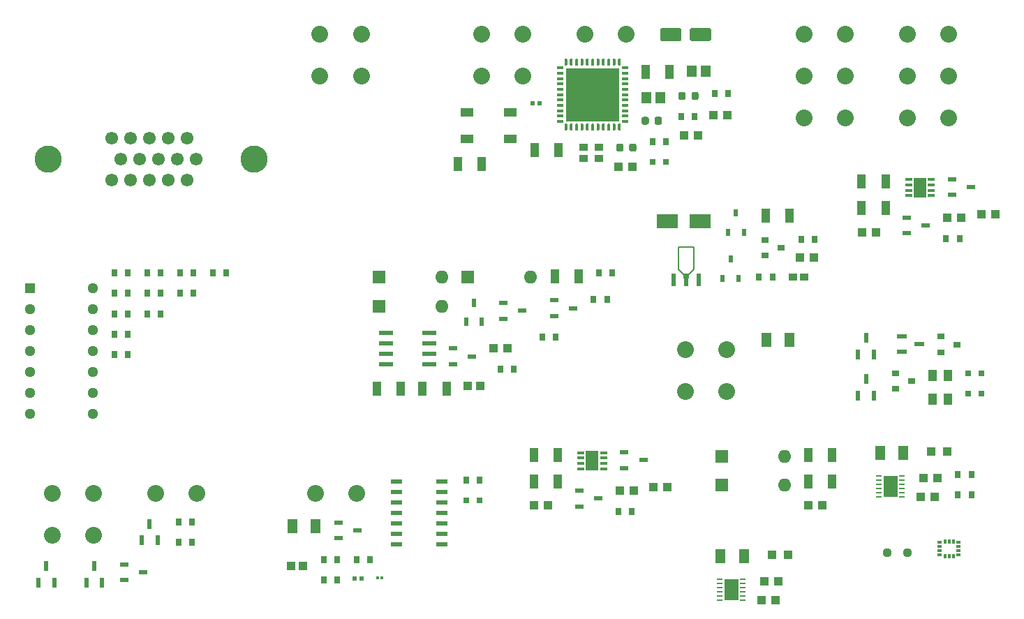
<source format=gbr>
%TF.GenerationSoftware,KiCad,Pcbnew,(5.1.7)-1*%
%TF.CreationDate,2020-10-22T11:39:08-07:00*%
%TF.ProjectId,Reader,52656164-6572-42e6-9b69-6361645f7063,0.0.01*%
%TF.SameCoordinates,Original*%
%TF.FileFunction,Soldermask,Top*%
%TF.FilePolarity,Negative*%
%FSLAX46Y46*%
G04 Gerber Fmt 4.6, Leading zero omitted, Abs format (unit mm)*
G04 Created by KiCad (PCBNEW (5.1.7)-1) date 2020-10-22 11:39:08*
%MOMM*%
%LPD*%
G01*
G04 APERTURE LIST*
%ADD10C,0.152400*%
%ADD11R,1.100000X1.000000*%
%ADD12C,1.117600*%
%ADD13R,1.010000X0.930000*%
%ADD14R,1.299998X1.799996*%
%ADD15R,1.160000X1.470000*%
%ADD16R,0.540000X0.600000*%
%ADD17C,1.549400*%
%ADD18C,3.302000*%
%ADD19R,1.230000X0.600000*%
%ADD20O,1.600000X1.600000*%
%ADD21R,1.600000X1.600000*%
%ADD22R,2.500000X1.800000*%
%ADD23R,0.568000X0.903199*%
%ADD24R,6.450000X6.450000*%
%ADD25R,1.600200X2.413000*%
%ADD26R,0.858799X0.305600*%
%ADD27R,1.327899X0.507200*%
%ADD28R,1.295400X1.295400*%
%ADD29C,1.295400*%
%ADD30R,1.670000X0.600000*%
%ADD31C,2.032000*%
%ADD32R,1.003300X0.990600*%
%ADD33R,0.600000X0.350000*%
%ADD34R,0.350000X0.600000*%
%ADD35R,1.000000X0.600000*%
%ADD36R,0.568000X1.309599*%
%ADD37R,0.900000X0.800000*%
%ADD38R,0.568000X1.004799*%
%ADD39R,0.482600X1.635100*%
%ADD40R,0.790000X0.930000*%
%ADD41R,1.080000X1.680000*%
%ADD42R,0.700000X0.800000*%
%ADD43R,1.040000X1.380000*%
%ADD44R,1.040000X1.020000*%
%ADD45R,0.560000X0.600000*%
%ADD46R,0.380000X0.400000*%
%ADD47R,1.549400X0.990600*%
%ADD48R,0.757199X0.254800*%
%ADD49R,1.803400X2.590800*%
%ADD50R,1.100000X0.900000*%
G04 APERTURE END LIST*
D10*
%TO.C,Q_OVP_2*%
X163373201Y-67496501D02*
X162890601Y-67496501D01*
X163373201Y-67153201D02*
X163373201Y-67496501D01*
X164058601Y-66492801D02*
X163373201Y-67153201D01*
X164058601Y-63730201D02*
X164058601Y-66492801D01*
X162205201Y-63730201D02*
X164058601Y-63730201D01*
X162205201Y-66492801D02*
X162205201Y-63730201D01*
X162890601Y-67153201D02*
X162205201Y-66492801D01*
X162890601Y-67496501D02*
X162890601Y-67153201D01*
%TD*%
D11*
%TO.C,C_HSCAN_1*%
X156778401Y-93308401D03*
X155078401Y-93308401D03*
%TD*%
%TO.C,C_HSCAN_2*%
X144708401Y-95118401D03*
X146408401Y-95118401D03*
%TD*%
%TO.C,C_HSCAN_3*%
X159170000Y-92900000D03*
X160870000Y-92900000D03*
%TD*%
%TO.C,C_J1850_1*%
X139768401Y-76058401D03*
X141468401Y-76058401D03*
%TD*%
D12*
%TO.C,C_MM_1*%
X187506101Y-100872801D03*
X190006101Y-100872801D03*
%TD*%
D11*
%TO.C,C_MSCAN_1*%
X186168401Y-61978401D03*
X184468401Y-61978401D03*
%TD*%
%TO.C,C_MSCAN_2*%
X196538401Y-60168401D03*
X194838401Y-60168401D03*
%TD*%
%TO.C,C_MSCAN_3*%
X198930000Y-59760000D03*
X200630000Y-59760000D03*
%TD*%
D13*
%TO.C,C_OVP_1*%
X176071001Y-67370001D03*
X177489001Y-67370001D03*
%TD*%
D11*
%TO.C,C_OVP_2*%
X178660000Y-65060000D03*
X176960000Y-65060000D03*
%TD*%
D14*
%TO.C,C_PS_1*%
X172880199Y-75040199D03*
X175680195Y-75040199D03*
%TD*%
D11*
%TO.C,C_STN_1*%
X168120000Y-47730000D03*
X166420000Y-47730000D03*
%TD*%
%TO.C,C_STN_2*%
X164630000Y-50210000D03*
X162930000Y-50210000D03*
%TD*%
D15*
%TO.C,C_STN_3*%
X165558001Y-42418001D03*
X163808001Y-42418001D03*
%TD*%
%TO.C,C_STN_4*%
X158288001Y-45648001D03*
X160038001Y-45648001D03*
%TD*%
D11*
%TO.C,C_STN_5*%
X154900000Y-53990000D03*
X156600000Y-53990000D03*
%TD*%
D16*
%TO.C,C_SWCAN_1*%
X122925001Y-103965001D03*
X123785001Y-103965001D03*
%TD*%
D14*
%TO.C,C_SWCAN_2*%
X118220195Y-97600199D03*
X115420199Y-97600199D03*
%TD*%
D11*
%TO.C,C_VR1_BIAS1*%
X174000000Y-106600000D03*
X172300000Y-106600000D03*
%TD*%
%TO.C,C_VR1_BST1*%
X174298401Y-104298401D03*
X172598401Y-104298401D03*
%TD*%
D14*
%TO.C,C_VR1_in1*%
X170140195Y-101260199D03*
X167340199Y-101260199D03*
%TD*%
D11*
%TO.C,C_VR2_BIAS1*%
X191610000Y-94100000D03*
X193310000Y-94100000D03*
%TD*%
%TO.C,C_VR2_BST1*%
X191908401Y-91798401D03*
X193608401Y-91798401D03*
%TD*%
D14*
%TO.C,C_VR2_in1*%
X186650199Y-88760199D03*
X189450195Y-88760199D03*
%TD*%
D11*
%TO.C,C_VS_1*%
X177978401Y-95118401D03*
X179678401Y-95118401D03*
%TD*%
D17*
%TO.C,CN1*%
X93435301Y-55651401D03*
X95725301Y-55651401D03*
X98015302Y-55651401D03*
X100305299Y-55651401D03*
X102595300Y-55651401D03*
X94580302Y-53111401D03*
X96870300Y-53111401D03*
X99160301Y-53111401D03*
X101450301Y-53111401D03*
X103740302Y-53111401D03*
X93435301Y-50571401D03*
X95725301Y-50571401D03*
X98015302Y-50571401D03*
X100305299Y-50571401D03*
X102595300Y-50571401D03*
D18*
X85790301Y-53111401D03*
X110780301Y-53111401D03*
%TD*%
%TO.C,CP_STN_1*%
G36*
G01*
X159995001Y-38535001D02*
X159995001Y-37435001D01*
G75*
G02*
X160245001Y-37185001I250000J0D01*
G01*
X162345001Y-37185001D01*
G75*
G02*
X162595001Y-37435001I0J-250000D01*
G01*
X162595001Y-38535001D01*
G75*
G02*
X162345001Y-38785001I-250000J0D01*
G01*
X160245001Y-38785001D01*
G75*
G02*
X159995001Y-38535001I0J250000D01*
G01*
G37*
G36*
G01*
X163595001Y-38535001D02*
X163595001Y-37435001D01*
G75*
G02*
X163845001Y-37185001I250000J0D01*
G01*
X165945001Y-37185001D01*
G75*
G02*
X166195001Y-37435001I0J-250000D01*
G01*
X166195001Y-38535001D01*
G75*
G02*
X165945001Y-38785001I-250000J0D01*
G01*
X163845001Y-38785001D01*
G75*
G02*
X163595001Y-38535001I0J250000D01*
G01*
G37*
%TD*%
D19*
%TO.C,D_ISO_6*%
X189300001Y-74585001D03*
X189300001Y-76485001D03*
X191420001Y-75535001D03*
%TD*%
D20*
%TO.C,D_J1850_1*%
X144305001Y-67445001D03*
D21*
X136685001Y-67445001D03*
%TD*%
%TO.C,D_J1850_2*%
X125915001Y-70995001D03*
D20*
X133535001Y-70995001D03*
%TD*%
D21*
%TO.C,D_J1850_3*%
X125915001Y-67445001D03*
D20*
X133535001Y-67445001D03*
%TD*%
D22*
%TO.C,D_OVP_1*%
X160885001Y-60625001D03*
X164885001Y-60625001D03*
%TD*%
D23*
%TO.C,D_OVP_2*%
X168238000Y-62019400D03*
X170138002Y-62019400D03*
X169188001Y-59631800D03*
%TD*%
%TO.C,D_OVP_3*%
X168538001Y-65161800D03*
X169488002Y-67549400D03*
X167588000Y-67549400D03*
%TD*%
D21*
%TO.C,D_VS_1*%
X167435001Y-92675001D03*
D20*
X175055001Y-92675001D03*
%TD*%
%TO.C,D_VS_2*%
X175055001Y-89125001D03*
D21*
X167435001Y-89125001D03*
%TD*%
%TO.C,IC2*%
G36*
G01*
X147455001Y-42112501D02*
X147455001Y-41937501D01*
G75*
G02*
X147542501Y-41850001I87500J0D01*
G01*
X148192501Y-41850001D01*
G75*
G02*
X148280001Y-41937501I0J-87500D01*
G01*
X148280001Y-42112501D01*
G75*
G02*
X148192501Y-42200001I-87500J0D01*
G01*
X147542501Y-42200001D01*
G75*
G02*
X147455001Y-42112501I0J87500D01*
G01*
G37*
G36*
G01*
X147455001Y-42762501D02*
X147455001Y-42587501D01*
G75*
G02*
X147542501Y-42500001I87500J0D01*
G01*
X148192501Y-42500001D01*
G75*
G02*
X148280001Y-42587501I0J-87500D01*
G01*
X148280001Y-42762501D01*
G75*
G02*
X148192501Y-42850001I-87500J0D01*
G01*
X147542501Y-42850001D01*
G75*
G02*
X147455001Y-42762501I0J87500D01*
G01*
G37*
G36*
G01*
X147455001Y-43412501D02*
X147455001Y-43237501D01*
G75*
G02*
X147542501Y-43150001I87500J0D01*
G01*
X148192501Y-43150001D01*
G75*
G02*
X148280001Y-43237501I0J-87500D01*
G01*
X148280001Y-43412501D01*
G75*
G02*
X148192501Y-43500001I-87500J0D01*
G01*
X147542501Y-43500001D01*
G75*
G02*
X147455001Y-43412501I0J87500D01*
G01*
G37*
G36*
G01*
X147455001Y-44062501D02*
X147455001Y-43887501D01*
G75*
G02*
X147542501Y-43800001I87500J0D01*
G01*
X148192501Y-43800001D01*
G75*
G02*
X148280001Y-43887501I0J-87500D01*
G01*
X148280001Y-44062501D01*
G75*
G02*
X148192501Y-44150001I-87500J0D01*
G01*
X147542501Y-44150001D01*
G75*
G02*
X147455001Y-44062501I0J87500D01*
G01*
G37*
G36*
G01*
X147455001Y-44712501D02*
X147455001Y-44537501D01*
G75*
G02*
X147542501Y-44450001I87500J0D01*
G01*
X148192501Y-44450001D01*
G75*
G02*
X148280001Y-44537501I0J-87500D01*
G01*
X148280001Y-44712501D01*
G75*
G02*
X148192501Y-44800001I-87500J0D01*
G01*
X147542501Y-44800001D01*
G75*
G02*
X147455001Y-44712501I0J87500D01*
G01*
G37*
G36*
G01*
X147455001Y-45362501D02*
X147455001Y-45187501D01*
G75*
G02*
X147542501Y-45100001I87500J0D01*
G01*
X148192501Y-45100001D01*
G75*
G02*
X148280001Y-45187501I0J-87500D01*
G01*
X148280001Y-45362501D01*
G75*
G02*
X148192501Y-45450001I-87500J0D01*
G01*
X147542501Y-45450001D01*
G75*
G02*
X147455001Y-45362501I0J87500D01*
G01*
G37*
G36*
G01*
X147455001Y-46012501D02*
X147455001Y-45837501D01*
G75*
G02*
X147542501Y-45750001I87500J0D01*
G01*
X148192501Y-45750001D01*
G75*
G02*
X148280001Y-45837501I0J-87500D01*
G01*
X148280001Y-46012501D01*
G75*
G02*
X148192501Y-46100001I-87500J0D01*
G01*
X147542501Y-46100001D01*
G75*
G02*
X147455001Y-46012501I0J87500D01*
G01*
G37*
G36*
G01*
X147455001Y-46662501D02*
X147455001Y-46487501D01*
G75*
G02*
X147542501Y-46400001I87500J0D01*
G01*
X148192501Y-46400001D01*
G75*
G02*
X148280001Y-46487501I0J-87500D01*
G01*
X148280001Y-46662501D01*
G75*
G02*
X148192501Y-46750001I-87500J0D01*
G01*
X147542501Y-46750001D01*
G75*
G02*
X147455001Y-46662501I0J87500D01*
G01*
G37*
G36*
G01*
X147455001Y-47312501D02*
X147455001Y-47137501D01*
G75*
G02*
X147542501Y-47050001I87500J0D01*
G01*
X148192501Y-47050001D01*
G75*
G02*
X148280001Y-47137501I0J-87500D01*
G01*
X148280001Y-47312501D01*
G75*
G02*
X148192501Y-47400001I-87500J0D01*
G01*
X147542501Y-47400001D01*
G75*
G02*
X147455001Y-47312501I0J87500D01*
G01*
G37*
G36*
G01*
X147455001Y-47962501D02*
X147455001Y-47787501D01*
G75*
G02*
X147542501Y-47700001I87500J0D01*
G01*
X148192501Y-47700001D01*
G75*
G02*
X148280001Y-47787501I0J-87500D01*
G01*
X148280001Y-47962501D01*
G75*
G02*
X148192501Y-48050001I-87500J0D01*
G01*
X147542501Y-48050001D01*
G75*
G02*
X147455001Y-47962501I0J87500D01*
G01*
G37*
G36*
G01*
X147455001Y-48612501D02*
X147455001Y-48437501D01*
G75*
G02*
X147542501Y-48350001I87500J0D01*
G01*
X148192501Y-48350001D01*
G75*
G02*
X148280001Y-48437501I0J-87500D01*
G01*
X148280001Y-48612501D01*
G75*
G02*
X148192501Y-48700001I-87500J0D01*
G01*
X147542501Y-48700001D01*
G75*
G02*
X147455001Y-48612501I0J87500D01*
G01*
G37*
G36*
G01*
X148380001Y-49537501D02*
X148380001Y-48887501D01*
G75*
G02*
X148467501Y-48800001I87500J0D01*
G01*
X148642501Y-48800001D01*
G75*
G02*
X148730001Y-48887501I0J-87500D01*
G01*
X148730001Y-49537501D01*
G75*
G02*
X148642501Y-49625001I-87500J0D01*
G01*
X148467501Y-49625001D01*
G75*
G02*
X148380001Y-49537501I0J87500D01*
G01*
G37*
G36*
G01*
X149030001Y-49537501D02*
X149030001Y-48887501D01*
G75*
G02*
X149117501Y-48800001I87500J0D01*
G01*
X149292501Y-48800001D01*
G75*
G02*
X149380001Y-48887501I0J-87500D01*
G01*
X149380001Y-49537501D01*
G75*
G02*
X149292501Y-49625001I-87500J0D01*
G01*
X149117501Y-49625001D01*
G75*
G02*
X149030001Y-49537501I0J87500D01*
G01*
G37*
G36*
G01*
X149680001Y-49537501D02*
X149680001Y-48887501D01*
G75*
G02*
X149767501Y-48800001I87500J0D01*
G01*
X149942501Y-48800001D01*
G75*
G02*
X150030001Y-48887501I0J-87500D01*
G01*
X150030001Y-49537501D01*
G75*
G02*
X149942501Y-49625001I-87500J0D01*
G01*
X149767501Y-49625001D01*
G75*
G02*
X149680001Y-49537501I0J87500D01*
G01*
G37*
G36*
G01*
X150330001Y-49537501D02*
X150330001Y-48887501D01*
G75*
G02*
X150417501Y-48800001I87500J0D01*
G01*
X150592501Y-48800001D01*
G75*
G02*
X150680001Y-48887501I0J-87500D01*
G01*
X150680001Y-49537501D01*
G75*
G02*
X150592501Y-49625001I-87500J0D01*
G01*
X150417501Y-49625001D01*
G75*
G02*
X150330001Y-49537501I0J87500D01*
G01*
G37*
G36*
G01*
X150980001Y-49537501D02*
X150980001Y-48887501D01*
G75*
G02*
X151067501Y-48800001I87500J0D01*
G01*
X151242501Y-48800001D01*
G75*
G02*
X151330001Y-48887501I0J-87500D01*
G01*
X151330001Y-49537501D01*
G75*
G02*
X151242501Y-49625001I-87500J0D01*
G01*
X151067501Y-49625001D01*
G75*
G02*
X150980001Y-49537501I0J87500D01*
G01*
G37*
G36*
G01*
X151630001Y-49537501D02*
X151630001Y-48887501D01*
G75*
G02*
X151717501Y-48800001I87500J0D01*
G01*
X151892501Y-48800001D01*
G75*
G02*
X151980001Y-48887501I0J-87500D01*
G01*
X151980001Y-49537501D01*
G75*
G02*
X151892501Y-49625001I-87500J0D01*
G01*
X151717501Y-49625001D01*
G75*
G02*
X151630001Y-49537501I0J87500D01*
G01*
G37*
G36*
G01*
X152280001Y-49537501D02*
X152280001Y-48887501D01*
G75*
G02*
X152367501Y-48800001I87500J0D01*
G01*
X152542501Y-48800001D01*
G75*
G02*
X152630001Y-48887501I0J-87500D01*
G01*
X152630001Y-49537501D01*
G75*
G02*
X152542501Y-49625001I-87500J0D01*
G01*
X152367501Y-49625001D01*
G75*
G02*
X152280001Y-49537501I0J87500D01*
G01*
G37*
G36*
G01*
X152930001Y-49537501D02*
X152930001Y-48887501D01*
G75*
G02*
X153017501Y-48800001I87500J0D01*
G01*
X153192501Y-48800001D01*
G75*
G02*
X153280001Y-48887501I0J-87500D01*
G01*
X153280001Y-49537501D01*
G75*
G02*
X153192501Y-49625001I-87500J0D01*
G01*
X153017501Y-49625001D01*
G75*
G02*
X152930001Y-49537501I0J87500D01*
G01*
G37*
G36*
G01*
X153580001Y-49537501D02*
X153580001Y-48887501D01*
G75*
G02*
X153667501Y-48800001I87500J0D01*
G01*
X153842501Y-48800001D01*
G75*
G02*
X153930001Y-48887501I0J-87500D01*
G01*
X153930001Y-49537501D01*
G75*
G02*
X153842501Y-49625001I-87500J0D01*
G01*
X153667501Y-49625001D01*
G75*
G02*
X153580001Y-49537501I0J87500D01*
G01*
G37*
G36*
G01*
X154230001Y-49537501D02*
X154230001Y-48887501D01*
G75*
G02*
X154317501Y-48800001I87500J0D01*
G01*
X154492501Y-48800001D01*
G75*
G02*
X154580001Y-48887501I0J-87500D01*
G01*
X154580001Y-49537501D01*
G75*
G02*
X154492501Y-49625001I-87500J0D01*
G01*
X154317501Y-49625001D01*
G75*
G02*
X154230001Y-49537501I0J87500D01*
G01*
G37*
G36*
G01*
X154880001Y-49537501D02*
X154880001Y-48887501D01*
G75*
G02*
X154967501Y-48800001I87500J0D01*
G01*
X155142501Y-48800001D01*
G75*
G02*
X155230001Y-48887501I0J-87500D01*
G01*
X155230001Y-49537501D01*
G75*
G02*
X155142501Y-49625001I-87500J0D01*
G01*
X154967501Y-49625001D01*
G75*
G02*
X154880001Y-49537501I0J87500D01*
G01*
G37*
G36*
G01*
X155330001Y-48612501D02*
X155330001Y-48437501D01*
G75*
G02*
X155417501Y-48350001I87500J0D01*
G01*
X156067501Y-48350001D01*
G75*
G02*
X156155001Y-48437501I0J-87500D01*
G01*
X156155001Y-48612501D01*
G75*
G02*
X156067501Y-48700001I-87500J0D01*
G01*
X155417501Y-48700001D01*
G75*
G02*
X155330001Y-48612501I0J87500D01*
G01*
G37*
G36*
G01*
X155330001Y-47962501D02*
X155330001Y-47787501D01*
G75*
G02*
X155417501Y-47700001I87500J0D01*
G01*
X156067501Y-47700001D01*
G75*
G02*
X156155001Y-47787501I0J-87500D01*
G01*
X156155001Y-47962501D01*
G75*
G02*
X156067501Y-48050001I-87500J0D01*
G01*
X155417501Y-48050001D01*
G75*
G02*
X155330001Y-47962501I0J87500D01*
G01*
G37*
G36*
G01*
X155330001Y-47312501D02*
X155330001Y-47137501D01*
G75*
G02*
X155417501Y-47050001I87500J0D01*
G01*
X156067501Y-47050001D01*
G75*
G02*
X156155001Y-47137501I0J-87500D01*
G01*
X156155001Y-47312501D01*
G75*
G02*
X156067501Y-47400001I-87500J0D01*
G01*
X155417501Y-47400001D01*
G75*
G02*
X155330001Y-47312501I0J87500D01*
G01*
G37*
G36*
G01*
X155330001Y-46662501D02*
X155330001Y-46487501D01*
G75*
G02*
X155417501Y-46400001I87500J0D01*
G01*
X156067501Y-46400001D01*
G75*
G02*
X156155001Y-46487501I0J-87500D01*
G01*
X156155001Y-46662501D01*
G75*
G02*
X156067501Y-46750001I-87500J0D01*
G01*
X155417501Y-46750001D01*
G75*
G02*
X155330001Y-46662501I0J87500D01*
G01*
G37*
G36*
G01*
X155330001Y-46012501D02*
X155330001Y-45837501D01*
G75*
G02*
X155417501Y-45750001I87500J0D01*
G01*
X156067501Y-45750001D01*
G75*
G02*
X156155001Y-45837501I0J-87500D01*
G01*
X156155001Y-46012501D01*
G75*
G02*
X156067501Y-46100001I-87500J0D01*
G01*
X155417501Y-46100001D01*
G75*
G02*
X155330001Y-46012501I0J87500D01*
G01*
G37*
G36*
G01*
X155330001Y-45362501D02*
X155330001Y-45187501D01*
G75*
G02*
X155417501Y-45100001I87500J0D01*
G01*
X156067501Y-45100001D01*
G75*
G02*
X156155001Y-45187501I0J-87500D01*
G01*
X156155001Y-45362501D01*
G75*
G02*
X156067501Y-45450001I-87500J0D01*
G01*
X155417501Y-45450001D01*
G75*
G02*
X155330001Y-45362501I0J87500D01*
G01*
G37*
G36*
G01*
X155330001Y-44712501D02*
X155330001Y-44537501D01*
G75*
G02*
X155417501Y-44450001I87500J0D01*
G01*
X156067501Y-44450001D01*
G75*
G02*
X156155001Y-44537501I0J-87500D01*
G01*
X156155001Y-44712501D01*
G75*
G02*
X156067501Y-44800001I-87500J0D01*
G01*
X155417501Y-44800001D01*
G75*
G02*
X155330001Y-44712501I0J87500D01*
G01*
G37*
G36*
G01*
X155330001Y-44062501D02*
X155330001Y-43887501D01*
G75*
G02*
X155417501Y-43800001I87500J0D01*
G01*
X156067501Y-43800001D01*
G75*
G02*
X156155001Y-43887501I0J-87500D01*
G01*
X156155001Y-44062501D01*
G75*
G02*
X156067501Y-44150001I-87500J0D01*
G01*
X155417501Y-44150001D01*
G75*
G02*
X155330001Y-44062501I0J87500D01*
G01*
G37*
G36*
G01*
X155330001Y-43412501D02*
X155330001Y-43237501D01*
G75*
G02*
X155417501Y-43150001I87500J0D01*
G01*
X156067501Y-43150001D01*
G75*
G02*
X156155001Y-43237501I0J-87500D01*
G01*
X156155001Y-43412501D01*
G75*
G02*
X156067501Y-43500001I-87500J0D01*
G01*
X155417501Y-43500001D01*
G75*
G02*
X155330001Y-43412501I0J87500D01*
G01*
G37*
G36*
G01*
X155330001Y-42762501D02*
X155330001Y-42587501D01*
G75*
G02*
X155417501Y-42500001I87500J0D01*
G01*
X156067501Y-42500001D01*
G75*
G02*
X156155001Y-42587501I0J-87500D01*
G01*
X156155001Y-42762501D01*
G75*
G02*
X156067501Y-42850001I-87500J0D01*
G01*
X155417501Y-42850001D01*
G75*
G02*
X155330001Y-42762501I0J87500D01*
G01*
G37*
G36*
G01*
X155330001Y-42112501D02*
X155330001Y-41937501D01*
G75*
G02*
X155417501Y-41850001I87500J0D01*
G01*
X156067501Y-41850001D01*
G75*
G02*
X156155001Y-41937501I0J-87500D01*
G01*
X156155001Y-42112501D01*
G75*
G02*
X156067501Y-42200001I-87500J0D01*
G01*
X155417501Y-42200001D01*
G75*
G02*
X155330001Y-42112501I0J87500D01*
G01*
G37*
G36*
G01*
X154880001Y-41662501D02*
X154880001Y-41012501D01*
G75*
G02*
X154967501Y-40925001I87500J0D01*
G01*
X155142501Y-40925001D01*
G75*
G02*
X155230001Y-41012501I0J-87500D01*
G01*
X155230001Y-41662501D01*
G75*
G02*
X155142501Y-41750001I-87500J0D01*
G01*
X154967501Y-41750001D01*
G75*
G02*
X154880001Y-41662501I0J87500D01*
G01*
G37*
G36*
G01*
X154230001Y-41662501D02*
X154230001Y-41012501D01*
G75*
G02*
X154317501Y-40925001I87500J0D01*
G01*
X154492501Y-40925001D01*
G75*
G02*
X154580001Y-41012501I0J-87500D01*
G01*
X154580001Y-41662501D01*
G75*
G02*
X154492501Y-41750001I-87500J0D01*
G01*
X154317501Y-41750001D01*
G75*
G02*
X154230001Y-41662501I0J87500D01*
G01*
G37*
G36*
G01*
X153580001Y-41662501D02*
X153580001Y-41012501D01*
G75*
G02*
X153667501Y-40925001I87500J0D01*
G01*
X153842501Y-40925001D01*
G75*
G02*
X153930001Y-41012501I0J-87500D01*
G01*
X153930001Y-41662501D01*
G75*
G02*
X153842501Y-41750001I-87500J0D01*
G01*
X153667501Y-41750001D01*
G75*
G02*
X153580001Y-41662501I0J87500D01*
G01*
G37*
G36*
G01*
X152930001Y-41662501D02*
X152930001Y-41012501D01*
G75*
G02*
X153017501Y-40925001I87500J0D01*
G01*
X153192501Y-40925001D01*
G75*
G02*
X153280001Y-41012501I0J-87500D01*
G01*
X153280001Y-41662501D01*
G75*
G02*
X153192501Y-41750001I-87500J0D01*
G01*
X153017501Y-41750001D01*
G75*
G02*
X152930001Y-41662501I0J87500D01*
G01*
G37*
G36*
G01*
X152280001Y-41662501D02*
X152280001Y-41012501D01*
G75*
G02*
X152367501Y-40925001I87500J0D01*
G01*
X152542501Y-40925001D01*
G75*
G02*
X152630001Y-41012501I0J-87500D01*
G01*
X152630001Y-41662501D01*
G75*
G02*
X152542501Y-41750001I-87500J0D01*
G01*
X152367501Y-41750001D01*
G75*
G02*
X152280001Y-41662501I0J87500D01*
G01*
G37*
G36*
G01*
X151630001Y-41662501D02*
X151630001Y-41012501D01*
G75*
G02*
X151717501Y-40925001I87500J0D01*
G01*
X151892501Y-40925001D01*
G75*
G02*
X151980001Y-41012501I0J-87500D01*
G01*
X151980001Y-41662501D01*
G75*
G02*
X151892501Y-41750001I-87500J0D01*
G01*
X151717501Y-41750001D01*
G75*
G02*
X151630001Y-41662501I0J87500D01*
G01*
G37*
G36*
G01*
X150980001Y-41662501D02*
X150980001Y-41012501D01*
G75*
G02*
X151067501Y-40925001I87500J0D01*
G01*
X151242501Y-40925001D01*
G75*
G02*
X151330001Y-41012501I0J-87500D01*
G01*
X151330001Y-41662501D01*
G75*
G02*
X151242501Y-41750001I-87500J0D01*
G01*
X151067501Y-41750001D01*
G75*
G02*
X150980001Y-41662501I0J87500D01*
G01*
G37*
G36*
G01*
X150330001Y-41662501D02*
X150330001Y-41012501D01*
G75*
G02*
X150417501Y-40925001I87500J0D01*
G01*
X150592501Y-40925001D01*
G75*
G02*
X150680001Y-41012501I0J-87500D01*
G01*
X150680001Y-41662501D01*
G75*
G02*
X150592501Y-41750001I-87500J0D01*
G01*
X150417501Y-41750001D01*
G75*
G02*
X150330001Y-41662501I0J87500D01*
G01*
G37*
G36*
G01*
X149680001Y-41662501D02*
X149680001Y-41012501D01*
G75*
G02*
X149767501Y-40925001I87500J0D01*
G01*
X149942501Y-40925001D01*
G75*
G02*
X150030001Y-41012501I0J-87500D01*
G01*
X150030001Y-41662501D01*
G75*
G02*
X149942501Y-41750001I-87500J0D01*
G01*
X149767501Y-41750001D01*
G75*
G02*
X149680001Y-41662501I0J87500D01*
G01*
G37*
G36*
G01*
X149030001Y-41662501D02*
X149030001Y-41012501D01*
G75*
G02*
X149117501Y-40925001I87500J0D01*
G01*
X149292501Y-40925001D01*
G75*
G02*
X149380001Y-41012501I0J-87500D01*
G01*
X149380001Y-41662501D01*
G75*
G02*
X149292501Y-41750001I-87500J0D01*
G01*
X149117501Y-41750001D01*
G75*
G02*
X149030001Y-41662501I0J87500D01*
G01*
G37*
G36*
G01*
X148380001Y-41662501D02*
X148380001Y-41012501D01*
G75*
G02*
X148467501Y-40925001I87500J0D01*
G01*
X148642501Y-40925001D01*
G75*
G02*
X148730001Y-41012501I0J-87500D01*
G01*
X148730001Y-41662501D01*
G75*
G02*
X148642501Y-41750001I-87500J0D01*
G01*
X148467501Y-41750001D01*
G75*
G02*
X148380001Y-41662501I0J87500D01*
G01*
G37*
D24*
X151805001Y-45275001D03*
%TD*%
D25*
%TO.C,IC3*%
X151757600Y-89678801D03*
D26*
X153126800Y-88703802D03*
X153126800Y-89353800D03*
X153126800Y-90003802D03*
X153126800Y-90653800D03*
X150388400Y-90653800D03*
X150388400Y-90003802D03*
X150388400Y-89353800D03*
X150388400Y-88703802D03*
%TD*%
%TO.C,IC5*%
X190148400Y-55563802D03*
X190148400Y-56213800D03*
X190148400Y-56863802D03*
X190148400Y-57513800D03*
X192886800Y-57513800D03*
X192886800Y-56863802D03*
X192886800Y-56213800D03*
X192886800Y-55563802D03*
D25*
X191517600Y-56538801D03*
%TD*%
D27*
%TO.C,IC6*%
X127974152Y-92169001D03*
X127974152Y-93439001D03*
X127974152Y-94709001D03*
X127974152Y-95979001D03*
X127974152Y-97249001D03*
X127974152Y-98519001D03*
X127974152Y-99789001D03*
X133543848Y-99789001D03*
X133543848Y-98519001D03*
X133543848Y-97249001D03*
X133543848Y-95979001D03*
X133543848Y-94709001D03*
X133543848Y-93439001D03*
X133543848Y-92169001D03*
%TD*%
D28*
%TO.C,IC7*%
X83527901Y-68722701D03*
D29*
X83527901Y-71262701D03*
X83527901Y-73802701D03*
X83527901Y-76342701D03*
X83527901Y-78882701D03*
X83527901Y-81422701D03*
X83527901Y-83962701D03*
X91147901Y-83962701D03*
X91147901Y-81422701D03*
X91147901Y-78882701D03*
X91147901Y-76342701D03*
X91147901Y-73802701D03*
X91147901Y-71262701D03*
X91147901Y-68722701D03*
%TD*%
D30*
%TO.C,IC8*%
X126710001Y-74140001D03*
X126710001Y-75410001D03*
X126710001Y-76680001D03*
X126710001Y-77950001D03*
X131960001Y-77950001D03*
X131960001Y-76680001D03*
X131960001Y-75410001D03*
X131960001Y-74140001D03*
%TD*%
D31*
%TO.C,J_CN_1*%
X123739201Y-37922201D03*
X118739201Y-37922201D03*
%TD*%
%TO.C,J_CN_2*%
X118739201Y-43012201D03*
X123739201Y-43012201D03*
%TD*%
%TO.C,J_HST_1*%
X182429201Y-37922201D03*
X177429201Y-37922201D03*
%TD*%
%TO.C,J_HST_2*%
X182429201Y-43012201D03*
X177429201Y-43012201D03*
%TD*%
%TO.C,J_HST_3*%
X189969201Y-37922201D03*
X194969201Y-37922201D03*
%TD*%
%TO.C,J_HST_4*%
X177429201Y-48102201D03*
X182429201Y-48102201D03*
%TD*%
%TO.C,J_HST_5*%
X194969201Y-43012201D03*
X189969201Y-43012201D03*
%TD*%
%TO.C,J_HST_6*%
X189969201Y-48102201D03*
X194969201Y-48102201D03*
%TD*%
%TO.C,J_PS_1*%
X163079201Y-81262201D03*
X168079201Y-81262201D03*
%TD*%
%TO.C,J_PS_2*%
X168079201Y-76172201D03*
X163079201Y-76172201D03*
%TD*%
%TO.C,J_PSW_1*%
X98809201Y-93642201D03*
X103809201Y-93642201D03*
%TD*%
%TO.C,J_PSW_2*%
X86269201Y-93642201D03*
X91269201Y-93642201D03*
%TD*%
%TO.C,J_PSW_3*%
X91269201Y-98732201D03*
X86269201Y-98732201D03*
%TD*%
%TO.C,J_STN_1*%
X143359201Y-37922201D03*
X138359201Y-37922201D03*
%TD*%
%TO.C,J_STN_3*%
X150899201Y-37922201D03*
X155899201Y-37922201D03*
%TD*%
%TO.C,J_STN_RST1*%
X138359201Y-43012201D03*
X143359201Y-43012201D03*
%TD*%
%TO.C,J_SWCAN_1*%
X123159201Y-93642201D03*
X118159201Y-93642201D03*
%TD*%
D32*
%TO.C,L_VR1*%
X173536051Y-101084101D03*
X175529951Y-101084101D03*
%TD*%
%TO.C,L_VR2*%
X194839951Y-88584101D03*
X192846051Y-88584101D03*
%TD*%
%TO.C,LED_STN_1*%
G36*
G01*
X156245001Y-51951251D02*
X156245001Y-51438751D01*
G75*
G02*
X156463751Y-51220001I218750J0D01*
G01*
X156901251Y-51220001D01*
G75*
G02*
X157120001Y-51438751I0J-218750D01*
G01*
X157120001Y-51951251D01*
G75*
G02*
X156901251Y-52170001I-218750J0D01*
G01*
X156463751Y-52170001D01*
G75*
G02*
X156245001Y-51951251I0J218750D01*
G01*
G37*
G36*
G01*
X154670001Y-51951251D02*
X154670001Y-51438751D01*
G75*
G02*
X154888751Y-51220001I218750J0D01*
G01*
X155326251Y-51220001D01*
G75*
G02*
X155545001Y-51438751I0J-218750D01*
G01*
X155545001Y-51951251D01*
G75*
G02*
X155326251Y-52170001I-218750J0D01*
G01*
X154888751Y-52170001D01*
G75*
G02*
X154670001Y-51951251I0J218750D01*
G01*
G37*
%TD*%
%TO.C,LED_STN_2*%
G36*
G01*
X157750001Y-48701251D02*
X157750001Y-48188751D01*
G75*
G02*
X157968751Y-47970001I218750J0D01*
G01*
X158406251Y-47970001D01*
G75*
G02*
X158625001Y-48188751I0J-218750D01*
G01*
X158625001Y-48701251D01*
G75*
G02*
X158406251Y-48920001I-218750J0D01*
G01*
X157968751Y-48920001D01*
G75*
G02*
X157750001Y-48701251I0J218750D01*
G01*
G37*
G36*
G01*
X159325001Y-48701251D02*
X159325001Y-48188751D01*
G75*
G02*
X159543751Y-47970001I218750J0D01*
G01*
X159981251Y-47970001D01*
G75*
G02*
X160200001Y-48188751I0J-218750D01*
G01*
X160200001Y-48701251D01*
G75*
G02*
X159981251Y-48920001I-218750J0D01*
G01*
X159543751Y-48920001D01*
G75*
G02*
X159325001Y-48701251I0J218750D01*
G01*
G37*
%TD*%
%TO.C,LED_STN_3*%
G36*
G01*
X162210001Y-45691251D02*
X162210001Y-45178751D01*
G75*
G02*
X162428751Y-44960001I218750J0D01*
G01*
X162866251Y-44960001D01*
G75*
G02*
X163085001Y-45178751I0J-218750D01*
G01*
X163085001Y-45691251D01*
G75*
G02*
X162866251Y-45910001I-218750J0D01*
G01*
X162428751Y-45910001D01*
G75*
G02*
X162210001Y-45691251I0J218750D01*
G01*
G37*
G36*
G01*
X163785001Y-45691251D02*
X163785001Y-45178751D01*
G75*
G02*
X164003751Y-44960001I218750J0D01*
G01*
X164441251Y-44960001D01*
G75*
G02*
X164660001Y-45178751I0J-218750D01*
G01*
X164660001Y-45691251D01*
G75*
G02*
X164441251Y-45910001I-218750J0D01*
G01*
X164003751Y-45910001D01*
G75*
G02*
X163785001Y-45691251I0J218750D01*
G01*
G37*
%TD*%
D33*
%TO.C,MEMS1*%
X193880001Y-100115001D03*
X193880001Y-100615001D03*
X193880001Y-99615001D03*
X193880001Y-101115001D03*
X196200001Y-100115001D03*
X196200001Y-100615001D03*
X196200001Y-99615001D03*
X196200001Y-101115001D03*
D34*
X194540001Y-99455001D03*
X195040001Y-99455001D03*
X195540001Y-99455001D03*
X194540001Y-101275001D03*
X195040001Y-101275001D03*
X195540001Y-101275001D03*
%TD*%
D35*
%TO.C,Q_HSCAN_1*%
X155655001Y-88675001D03*
X155655001Y-90575001D03*
X157955001Y-89625001D03*
%TD*%
%TO.C,Q_HSCAN_2*%
X152455001Y-94275001D03*
X150155001Y-95225001D03*
X150155001Y-93325001D03*
%TD*%
D36*
%TO.C,Q_ISO_1*%
X184012001Y-76801600D03*
X185917001Y-76801600D03*
X184964501Y-74795000D03*
%TD*%
D37*
%TO.C,Q_ISO_3*%
X194035001Y-74635001D03*
X194035001Y-76535001D03*
X196035001Y-75585001D03*
%TD*%
D36*
%TO.C,Q_ISO_4*%
X184964501Y-79765000D03*
X185917001Y-81771600D03*
X184012001Y-81771600D03*
%TD*%
D37*
%TO.C,Q_ISO_5*%
X190525001Y-80035001D03*
X188525001Y-80985001D03*
X188525001Y-79085001D03*
%TD*%
D35*
%TO.C,Q_J1850_1*%
X140935001Y-70545001D03*
X140935001Y-72445001D03*
X143235001Y-71495001D03*
%TD*%
%TO.C,Q_J1850_2*%
X134845001Y-76075001D03*
X134845001Y-77975001D03*
X137145001Y-77025001D03*
%TD*%
%TO.C,Q_J1850_3*%
X149455001Y-71175001D03*
X147155001Y-72125001D03*
X147155001Y-70225001D03*
%TD*%
D38*
%TO.C,Q_J1850_4*%
X136438000Y-72838600D03*
X138338002Y-72838600D03*
X137388001Y-70552600D03*
%TD*%
D35*
%TO.C,Q_MSCAN_1*%
X195415001Y-55535001D03*
X195415001Y-57435001D03*
X197715001Y-56485001D03*
%TD*%
%TO.C,Q_MSCAN_2*%
X192215001Y-61135001D03*
X189915001Y-62085001D03*
X189915001Y-60185001D03*
%TD*%
D37*
%TO.C,Q_OVP_1*%
X172685001Y-62905001D03*
X172685001Y-64805001D03*
X174685001Y-63855001D03*
%TD*%
D39*
%TO.C,Q_OVP_2*%
X161631901Y-67704451D03*
X163131901Y-67704451D03*
X164631901Y-67704451D03*
%TD*%
D35*
%TO.C,Q_PSW_1*%
X94965001Y-102285001D03*
X94965001Y-104185001D03*
X97265001Y-103235001D03*
%TD*%
D36*
%TO.C,Q_PSW_2*%
X90402001Y-104451600D03*
X92307001Y-104451600D03*
X91354501Y-102445000D03*
%TD*%
%TO.C,Q_PSW_3*%
X97122001Y-99361600D03*
X99027001Y-99361600D03*
X98074501Y-97355000D03*
%TD*%
%TO.C,Q_PSW_4*%
X85534501Y-102445000D03*
X86487001Y-104451600D03*
X84582001Y-104451600D03*
%TD*%
D35*
%TO.C,Q_SWCAN_1*%
X123275001Y-98145001D03*
X120975001Y-99095001D03*
X120975001Y-97195001D03*
%TD*%
D40*
%TO.C,R_COMP5*%
X103390001Y-66910001D03*
X101750001Y-66910001D03*
%TD*%
%TO.C,R_COMP_1*%
X93790001Y-69390001D03*
X95430001Y-69390001D03*
%TD*%
%TO.C,R_COMP_2*%
X97770001Y-69390001D03*
X99410001Y-69390001D03*
%TD*%
%TO.C,R_COMP_3*%
X101750001Y-69390001D03*
X103390001Y-69390001D03*
%TD*%
%TO.C,R_COMP_4*%
X93790001Y-71870001D03*
X95430001Y-71870001D03*
%TD*%
%TO.C,R_COMP_6*%
X95430001Y-66910001D03*
X93790001Y-66910001D03*
%TD*%
%TO.C,R_COMP_7*%
X97770001Y-71870001D03*
X99410001Y-71870001D03*
%TD*%
%TO.C,R_COMP_8*%
X95430001Y-74350001D03*
X93790001Y-74350001D03*
%TD*%
%TO.C,R_COMP_9*%
X93790001Y-76830001D03*
X95430001Y-76830001D03*
%TD*%
%TO.C,R_COMP_10*%
X99410001Y-66910001D03*
X97770001Y-66910001D03*
%TD*%
%TO.C,R_COMP_11*%
X107370001Y-66910001D03*
X105730001Y-66910001D03*
%TD*%
%TO.C,R_HSCAN_1*%
X156540001Y-95850001D03*
X154900001Y-95850001D03*
%TD*%
D41*
%TO.C,R_HSCAN_2*%
X147567001Y-88965001D03*
X144677001Y-88965001D03*
%TD*%
%TO.C,R_HSCAN_3*%
X144677001Y-92195001D03*
X147567001Y-92195001D03*
%TD*%
D42*
%TO.C,R_ISO_1*%
X198990201Y-79090201D03*
X197390201Y-79090201D03*
%TD*%
D43*
%TO.C,R_ISO_2*%
X194923001Y-79325001D03*
X193043001Y-79325001D03*
%TD*%
%TO.C,R_ISO_3*%
X193043001Y-82255001D03*
X194923001Y-82255001D03*
%TD*%
D42*
%TO.C,R_ISO_4*%
X198990201Y-81550201D03*
X197390201Y-81550201D03*
%TD*%
D41*
%TO.C,R_J1850_1*%
X131177001Y-80935001D03*
X134067001Y-80935001D03*
%TD*%
%TO.C,R_J1850_2*%
X128547001Y-80935001D03*
X125657001Y-80935001D03*
%TD*%
%TO.C,R_J1850_3*%
X150087001Y-67285001D03*
X147197001Y-67285001D03*
%TD*%
D40*
%TO.C,R_J1850_4*%
X154210001Y-66910001D03*
X152570001Y-66910001D03*
%TD*%
%TO.C,R_J1850_5*%
X147320001Y-74690001D03*
X145680001Y-74690001D03*
%TD*%
%TO.C,R_J1850_6*%
X140610001Y-78600001D03*
X142250001Y-78600001D03*
%TD*%
D44*
%TO.C,R_J1850_7*%
X136678001Y-80586001D03*
X138148001Y-80586001D03*
%TD*%
D40*
%TO.C,R_J1850_8*%
X151900001Y-70140001D03*
X153540001Y-70140001D03*
%TD*%
%TO.C,R_MSCAN_1*%
X194660001Y-62710001D03*
X196300001Y-62710001D03*
%TD*%
D41*
%TO.C,R_MSCAN_2*%
X184437001Y-59055001D03*
X187327001Y-59055001D03*
%TD*%
%TO.C,R_MSCAN_3*%
X187327001Y-55825001D03*
X184437001Y-55825001D03*
%TD*%
%TO.C,R_OVP_1*%
X172777001Y-59965001D03*
X175667001Y-59965001D03*
%TD*%
D40*
%TO.C,R_OVP_3*%
X171980001Y-67370001D03*
X173620001Y-67370001D03*
%TD*%
%TO.C,R_OVP_4*%
X177080001Y-62820001D03*
X178720001Y-62820001D03*
%TD*%
%TO.C,R_PSW_1*%
X101580001Y-99590001D03*
X103220001Y-99590001D03*
%TD*%
%TO.C,R_PSW_2*%
X103220001Y-97110001D03*
X101580001Y-97110001D03*
%TD*%
D42*
%TO.C,R_STN_1*%
X159080201Y-53450201D03*
X160680201Y-53450201D03*
%TD*%
D41*
%TO.C,R_STN_2*%
X158247001Y-42525001D03*
X161137001Y-42525001D03*
%TD*%
%TO.C,R_STN_3*%
X144747001Y-52015001D03*
X147637001Y-52015001D03*
%TD*%
%TO.C,R_STN_4*%
X135457001Y-53695001D03*
X138347001Y-53695001D03*
%TD*%
D40*
%TO.C,R_STN_5*%
X166610001Y-45160001D03*
X168250001Y-45160001D03*
%TD*%
%TO.C,R_STN_6*%
X160710001Y-50980001D03*
X159070001Y-50980001D03*
%TD*%
D45*
%TO.C,R_STN_7*%
X144485001Y-46315001D03*
X145355001Y-46315001D03*
%TD*%
D40*
%TO.C,R_STN_8*%
X162560001Y-47970001D03*
X164200001Y-47970001D03*
%TD*%
%TO.C,R_SWCAN_1*%
X120810001Y-101660001D03*
X119170001Y-101660001D03*
%TD*%
D42*
%TO.C,R_SWCAN_2*%
X136470201Y-94490201D03*
X138070201Y-94490201D03*
%TD*%
D44*
%TO.C,R_SWCAN_3*%
X116708001Y-102456001D03*
X115238001Y-102456001D03*
%TD*%
D40*
%TO.C,R_SWCAN_4*%
X119170001Y-104140001D03*
X120810001Y-104140001D03*
%TD*%
%TO.C,R_SWCAN_5*%
X124790001Y-101660001D03*
X123150001Y-101660001D03*
%TD*%
D46*
%TO.C,R_SWCAN_6*%
X125692001Y-103873001D03*
X126254001Y-103873001D03*
%TD*%
D40*
%TO.C,R_SWCAN_7*%
X138100001Y-92020001D03*
X136460001Y-92020001D03*
%TD*%
%TO.C,R_VR2_1*%
X197760001Y-91370001D03*
X196120001Y-91370001D03*
%TD*%
%TO.C,R_VR2_2*%
X197760001Y-93850001D03*
X196120001Y-93850001D03*
%TD*%
D41*
%TO.C,R_VS_1*%
X180837001Y-88965001D03*
X177947001Y-88965001D03*
%TD*%
%TO.C,R_VS_2*%
X180837001Y-92195001D03*
X177947001Y-92195001D03*
%TD*%
D47*
%TO.C,SW_STN_1*%
X136583100Y-47403703D03*
X136583100Y-50603701D03*
X141833102Y-50603701D03*
X141833102Y-47403703D03*
%TD*%
D48*
%TO.C,VR1*%
X167202946Y-104068801D03*
X167202946Y-104568800D03*
X167202946Y-105068801D03*
X167202946Y-105568801D03*
X167202946Y-106068802D03*
X167202946Y-106568801D03*
X170042946Y-106568801D03*
X170042946Y-106068802D03*
X170042946Y-105568801D03*
X170042946Y-105068801D03*
X170042946Y-104568800D03*
X170042946Y-104068801D03*
D49*
X168622946Y-105318801D03*
%TD*%
%TO.C,VR2*%
X187932946Y-92818801D03*
D48*
X189352946Y-91568801D03*
X189352946Y-92068800D03*
X189352946Y-92568801D03*
X189352946Y-93068801D03*
X189352946Y-93568802D03*
X189352946Y-94068801D03*
X186512946Y-94068801D03*
X186512946Y-93568802D03*
X186512946Y-93068801D03*
X186512946Y-92568801D03*
X186512946Y-92068800D03*
X186512946Y-91568801D03*
%TD*%
D50*
%TO.C,X1*%
X150727001Y-53025001D03*
X152527001Y-53025001D03*
X152527001Y-51625001D03*
X150727001Y-51625001D03*
%TD*%
M02*

</source>
